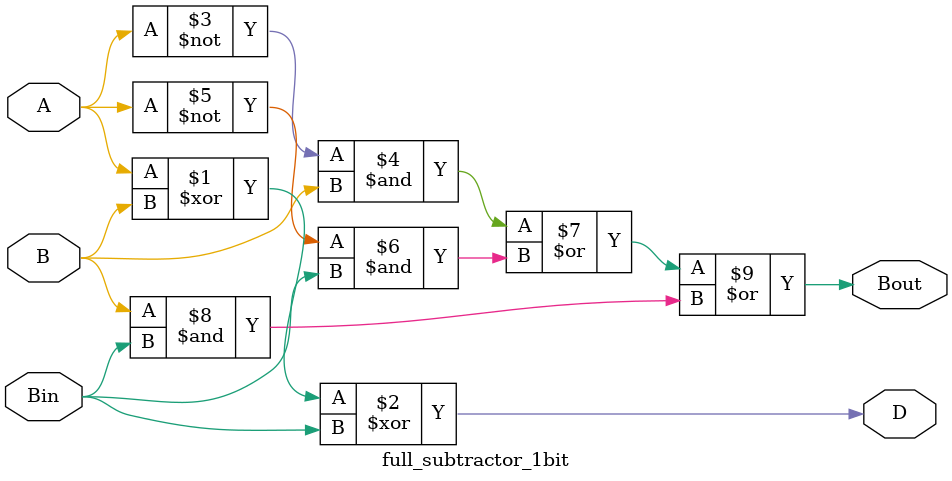
<source format=v>
`timescale 1ns / 1ps
module full_subtractor_1bit(
	input A,B,Bin,
	output D, Bout
    );
assign D = A^B^Bin;
assign Bout = (~A&B) | (~A&Bin) | (B&Bin); 
endmodule

</source>
